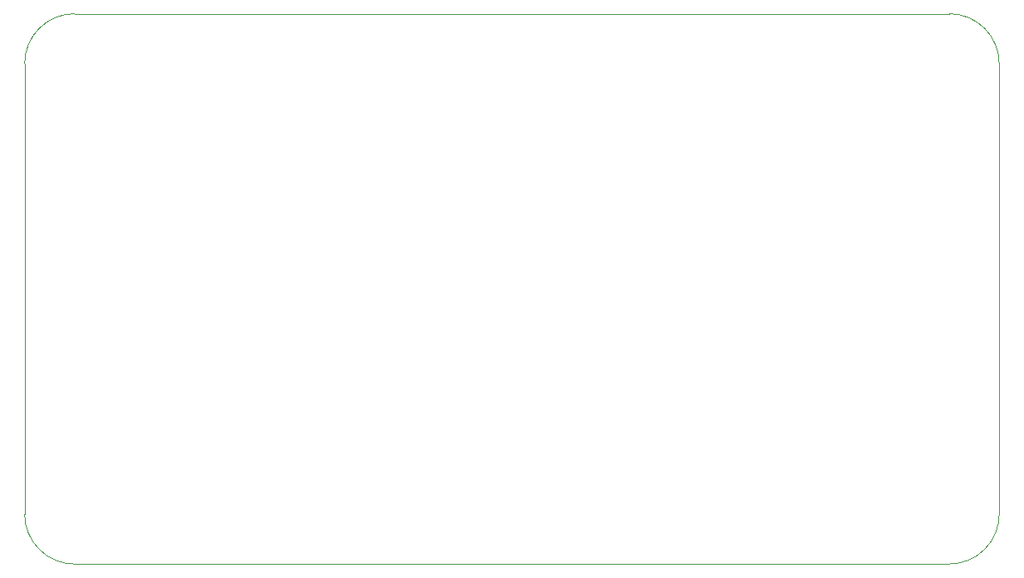
<source format=gbr>
G04 #@! TF.GenerationSoftware,KiCad,Pcbnew,7.0.9*
G04 #@! TF.CreationDate,2024-05-18T22:09:02+10:00*
G04 #@! TF.ProjectId,inchdigits,696e6368-6469-4676-9974-732e6b696361,1*
G04 #@! TF.SameCoordinates,Original*
G04 #@! TF.FileFunction,Profile,NP*
%FSLAX46Y46*%
G04 Gerber Fmt 4.6, Leading zero omitted, Abs format (unit mm)*
G04 Created by KiCad (PCBNEW 7.0.9) date 2024-05-18 22:09:02*
%MOMM*%
%LPD*%
G01*
G04 APERTURE LIST*
G04 #@! TA.AperFunction,Profile*
%ADD10C,0.050000*%
G04 #@! TD*
G04 APERTURE END LIST*
D10*
X96520000Y-71120000D02*
X185637898Y-71120000D01*
X190717898Y-76200000D02*
X190717898Y-122137898D01*
X185637898Y-127217898D02*
X96520000Y-127217898D01*
X91440000Y-122137898D02*
X91440000Y-76200000D01*
X96520000Y-71120000D02*
G75*
G03*
X91440000Y-76200000I0J-5080000D01*
G01*
X190717900Y-76200000D02*
G75*
G03*
X185637898Y-71120000I-5080000J0D01*
G01*
X185637898Y-127217898D02*
G75*
G03*
X190717898Y-122137898I2J5079998D01*
G01*
X91440002Y-122137898D02*
G75*
G03*
X96520000Y-127217898I5079998J-2D01*
G01*
M02*

</source>
